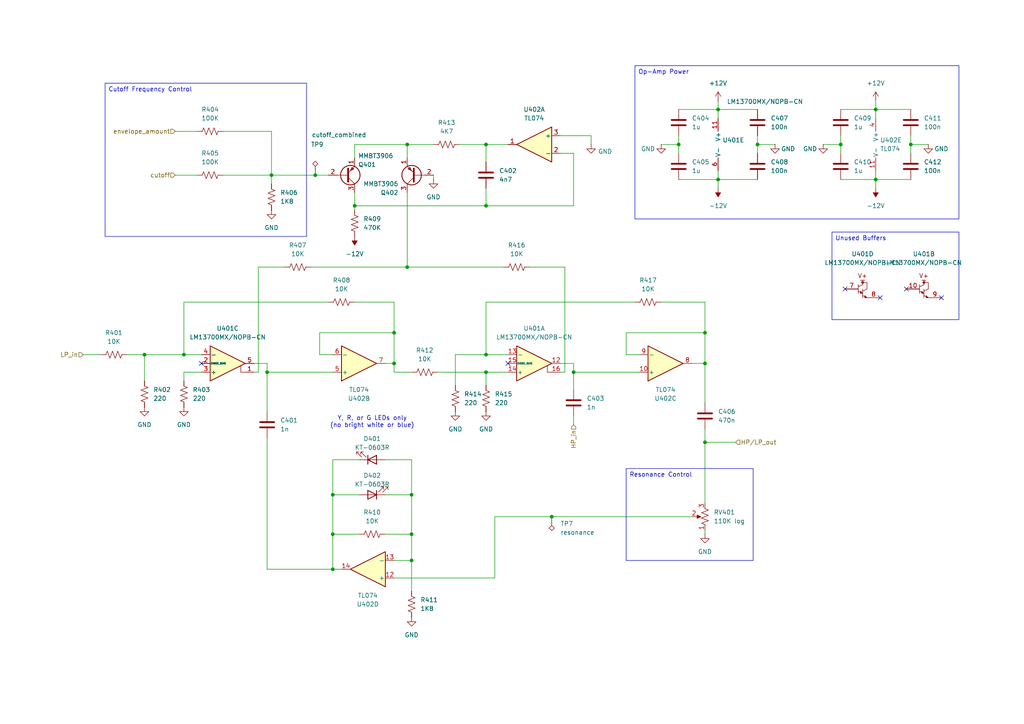
<source format=kicad_sch>
(kicad_sch (version 20250114) (generator "eeschema") (generator_version "9.0")
  (paper "A4")
  (lib_symbols
    (symbol "Amplifier_Operational:LM13700" (pin_names (offset 0.127))
      (property "Reference" "U" (at 3.81 5.08 0))
      (property "Value" "LM13700" (at 5.08 -5.08 0))
      (symbol "LM13700_1_1"
        (polyline (pts (xy 3.81 -0.635) (xy 3.81 -2.54) (xy 5.08 -2.54)))
        (polyline (pts (xy 5.08 0) (xy -5.08 -5.08) (xy -5.08 5.08) (xy 5.08 0)) (stroke (width 0.254)) (fill (type background)))
        (pin input line (at -7.62 2.54 0) (length 2.54) (name "-") (number "13"))
        (pin input line (at -7.62 0 0) (length 2.54) (name "DIODE_BIAS") (number "15"))
        (pin input line (at -7.62 -2.54 0) (length 2.54) (name "+") (number "14"))
        (pin output line (at 7.62 0 180) (length 2.54) (name "~") (number "12"))
        (pin input line (at 7.62 -2.54 180) (length 2.54) (name "~") (number "16"))
      )
      (symbol "LM13700_2_0"
        (polyline (pts (xy -1.905 2.54) (xy -3.175 2.54)))
      )
      (symbol "LM13700_2_1"
        (polyline (pts (xy -3.81 1.27) (xy -3.81 -1.27)))
        (polyline (pts (xy -3.81 0.635) (xy -2.54 1.27) (xy -2.54 1.905) (xy -2.54 2.54)))
        (polyline (pts (xy -3.81 -0.635) (xy -2.54 -1.27)))
        (circle (center -2.54 1.905) (radius 0.254) (stroke (width 0.254)) (fill (type outline)))
        (polyline (pts (xy -2.54 0) (xy -2.54 -2.54)))
        (polyline (pts (xy -2.54 -0.635) (xy -1.27 0) (xy -1.27 1.905) (xy -2.54 1.905)))
        (polyline (pts (xy -2.54 -1.27) (xy -3.175 -0.635) (xy -3.175 -1.27) (xy -2.54 -1.27)) (fill (type outline)))
        (polyline (pts (xy -2.54 -1.905) (xy -1.27 -2.54)))
        (polyline (pts (xy -1.27 -2.54) (xy -1.905 -1.905) (xy -1.905 -2.54) (xy -1.27 -2.54)) (fill (type outline)))
        (text "V+" (at -2.54 3.81 0) (effects (font (size 1.27 1.27))))
        (pin input line (at -7.62 0 0) (length 3.81) (name "~") (number "10"))
        (pin output line (at 2.54 -2.54 180) (length 3.81) (name "~") (number "9"))
      )
      (symbol "LM13700_3_1"
        (polyline (pts (xy 3.81 -0.635) (xy 3.81 -2.54) (xy 5.08 -2.54)))
        (polyline (pts (xy 5.08 0) (xy -5.08 -5.08) (xy -5.08 5.08) (xy 5.08 0)) (stroke (width 0.254)) (fill (type background)))
        (pin input line (at -7.62 2.54 0) (length 2.54) (name "-") (number "4"))
        (pin input line (at -7.62 0 0) (length 2.54) (name "DIODE_BIAS") (number "2"))
        (pin input line (at -7.62 -2.54 0) (length 2.54) (name "+") (number "3"))
        (pin output line (at 7.62 0 180) (length 2.54) (name "~") (number "5"))
        (pin input line (at 7.62 -2.54 180) (length 2.54) (name "~") (number "1"))
      )
      (symbol "LM13700_4_0"
        (polyline (pts (xy -3.175 2.54) (xy -1.905 2.54)))
        (text "V+" (at -2.54 3.81 0) (effects (font (size 1.27 1.27))))
      )
      (symbol "LM13700_4_1"
        (polyline (pts (xy -3.81 1.27) (xy -3.81 -1.27)))
        (polyline (pts (xy -3.81 0.635) (xy -2.54 1.27) (xy -2.54 2.54)))
        (polyline (pts (xy -3.81 -0.635) (xy -2.54 -1.27)))
        (circle (center -2.54 1.905) (radius 0.254) (stroke (width 0.254)) (fill (type outline)))
        (polyline (pts (xy -2.54 0) (xy -2.54 -2.54)))
        (polyline (pts (xy -2.54 -0.635) (xy -1.27 0) (xy -1.27 1.905) (xy -2.54 1.905)))
        (polyline (pts (xy -2.54 -1.27) (xy -3.175 -0.635) (xy -3.175 -1.27) (xy -2.54 -1.27)) (fill (type outline)))
        (polyline (pts (xy -2.54 -1.905) (xy -1.27 -2.54)))
        (polyline (pts (xy -1.27 -2.54) (xy -1.905 -1.905) (xy -1.905 -2.54) (xy -1.27 -2.54)) (fill (type outline)))
        (pin input line (at -7.62 0 0) (length 3.81) (name "~") (number "7"))
        (pin output line (at 2.54 -2.54 180) (length 3.81) (name "~") (number "8"))
      )
      (symbol "LM13700_5_1"
        (pin power_in line (at -2.54 7.62 270) (length 3.81) (name "V+") (number "11"))
        (pin power_in line (at -2.54 -7.62 90) (length 3.81) (name "V-") (number "6"))
      )
    )
    (symbol "Amplifier_Operational:TL074" (pin_names (offset 0.127))
      (property "Reference" "U" (at 0 5.08 0))
      (property "Value" "TL074" (at 0 -5.08 0))
      (symbol "TL074_1_1"
        (polyline (pts (xy -5.08 5.08) (xy 5.08 0) (xy -5.08 -5.08) (xy -5.08 5.08)) (stroke (width 0.254)) (fill (type background)))
        (pin input line (at -7.62 2.54 0) (length 2.54) (name "+") (number "3"))
        (pin input line (at -7.62 -2.54 0) (length 2.54) (name "-") (number "2"))
        (pin output line (at 7.62 0 180) (length 2.54) (name "~") (number "1"))
      )
      (symbol "TL074_2_1"
        (polyline (pts (xy -5.08 5.08) (xy 5.08 0) (xy -5.08 -5.08) (xy -5.08 5.08)) (stroke (width 0.254)) (fill (type background)))
        (pin input line (at -7.62 2.54 0) (length 2.54) (name "+") (number "5"))
        (pin input line (at -7.62 -2.54 0) (length 2.54) (name "-") (number "6"))
        (pin output line (at 7.62 0 180) (length 2.54) (name "~") (number "7"))
      )
      (symbol "TL074_3_1"
        (polyline (pts (xy -5.08 5.08) (xy 5.08 0) (xy -5.08 -5.08) (xy -5.08 5.08)) (stroke (width 0.254)) (fill (type background)))
        (pin input line (at -7.62 2.54 0) (length 2.54) (name "+") (number "10"))
        (pin input line (at -7.62 -2.54 0) (length 2.54) (name "-") (number "9"))
        (pin output line (at 7.62 0 180) (length 2.54) (name "~") (number "8"))
      )
      (symbol "TL074_4_1"
        (polyline (pts (xy -5.08 5.08) (xy 5.08 0) (xy -5.08 -5.08) (xy -5.08 5.08)) (stroke (width 0.254)) (fill (type background)))
        (pin input line (at -7.62 2.54 0) (length 2.54) (name "+") (number "12"))
        (pin input line (at -7.62 -2.54 0) (length 2.54) (name "-") (number "13"))
        (pin output line (at 7.62 0 180) (length 2.54) (name "~") (number "14"))
      )
      (symbol "TL074_5_1"
        (pin power_in line (at -2.54 7.62 270) (length 3.81) (name "V+") (number "4"))
        (pin power_in line (at -2.54 -7.62 90) (length 3.81) (name "V-") (number "11"))
      )
    )
    (symbol "Connector:TestPoint_Alt" (pin_numbers (hide yes)) (pin_names (offset 0.762) (hide yes))
      (property "Reference" "TP" (at 0 6.858 0))
      (property "Value" "TestPoint_Alt" (at 0 5.08 0))
      (symbol "TestPoint_Alt_0_1"
        (polyline (pts (xy 0 2.54) (xy -0.762 3.302) (xy 0 4.064) (xy 0.762 3.302) (xy 0 2.54)))
      )
      (symbol "TestPoint_Alt_1_1"
        (pin passive line (at 0 0 90) (length 2.54) (name "1") (number "1"))
      )
    )
    (symbol "Device:C" (pin_numbers (hide yes)) (pin_names (offset 0.254))
      (property "Reference" "C" (at 0.635 2.54 0))
      (property "Value" "C" (at 0.635 -2.54 0))
      (symbol "C_0_1"
        (polyline (pts (xy -2.032 0.762) (xy 2.032 0.762)) (stroke (width 0.508)))
        (polyline (pts (xy -2.032 -0.762) (xy 2.032 -0.762)) (stroke (width 0.508)))
      )
      (symbol "C_1_1"
        (pin passive line (at 0 3.81 270) (length 2.794) (name "~") (number "1"))
        (pin passive line (at 0 -3.81 90) (length 2.794) (name "~") (number "2"))
      )
    )
    (symbol "Device:LED" (pin_numbers (hide yes)) (pin_names (offset 1.016) (hide yes))
      (property "Reference" "D" (at 0 2.54 0))
      (property "Value" "LED" (at 0 -2.54 0))
      (symbol "LED_0_1"
        (polyline (pts (xy -3.048 -0.762) (xy -4.572 -2.286) (xy -3.81 -2.286) (xy -4.572 -2.286) (xy -4.572 -1.524)))
        (polyline (pts (xy -1.778 -0.762) (xy -3.302 -2.286) (xy -2.54 -2.286) (xy -3.302 -2.286) (xy -3.302 -1.524)))
        (polyline (pts (xy -1.27 0) (xy 1.27 0)))
        (polyline (pts (xy -1.27 -1.27) (xy -1.27 1.27)) (stroke (width 0.254)))
        (polyline (pts (xy 1.27 -1.27) (xy 1.27 1.27) (xy -1.27 0) (xy 1.27 -1.27)) (stroke (width 0.254)))
      )
      (symbol "LED_1_1"
        (pin passive line (at -3.81 0 0) (length 2.54) (name "K") (number "1"))
        (pin passive line (at 3.81 0 180) (length 2.54) (name "A") (number "2"))
      )
    )
    (symbol "Device:R_Potentiometer_US" (pin_names (offset 1.016) (hide yes))
      (property "Reference" "RV" (at -4.445 0 90))
      (property "Value" "R_Potentiometer_US" (at -2.54 0 90))
      (symbol "R_Potentiometer_US_0_1"
        (polyline (pts (xy 0 2.54) (xy 0 2.286)))
        (polyline (pts (xy 0 2.286) (xy 1.016 1.905) (xy 0 1.524) (xy -1.016 1.143) (xy 0 0.762)))
        (polyline (pts (xy 0 0.762) (xy 1.016 0.381) (xy 0 0) (xy -1.016 -0.381) (xy 0 -0.762)))
        (polyline (pts (xy 0 -0.762) (xy 1.016 -1.143) (xy 0 -1.524) (xy -1.016 -1.905) (xy 0 -2.286)))
        (polyline (pts (xy 0 -2.286) (xy 0 -2.54)))
        (polyline (pts (xy 1.143 0) (xy 2.286 0.508) (xy 2.286 -0.508) (xy 1.143 0)) (fill (type outline)))
        (polyline (pts (xy 2.54 0) (xy 1.524 0)))
      )
      (symbol "R_Potentiometer_US_1_1"
        (pin passive line (at 0 3.81 270) (length 1.27) (name "1") (number "1"))
        (pin passive line (at 0 -3.81 90) (length 1.27) (name "3") (number "3"))
        (pin passive line (at 3.81 0 180) (length 1.27) (name "2") (number "2"))
      )
    )
    (symbol "Device:R_US" (pin_numbers (hide yes)) (pin_names (offset 0))
      (property "Reference" "R" (at 2.54 0 90))
      (property "Value" "R_US" (at -2.54 0 90))
      (symbol "R_US_0_1"
        (polyline (pts (xy 0 2.286) (xy 0 2.54)))
        (polyline (pts (xy 0 2.286) (xy 1.016 1.905) (xy 0 1.524) (xy -1.016 1.143) (xy 0 0.762)))
        (polyline (pts (xy 0 0.762) (xy 1.016 0.381) (xy 0 0) (xy -1.016 -0.381) (xy 0 -0.762)))
        (polyline (pts (xy 0 -0.762) (xy 1.016 -1.143) (xy 0 -1.524) (xy -1.016 -1.905) (xy 0 -2.286)))
        (polyline (pts (xy 0 -2.286) (xy 0 -2.54)))
      )
      (symbol "R_US_1_1"
        (pin passive line (at 0 3.81 270) (length 1.27) (name "~") (number "1"))
        (pin passive line (at 0 -3.81 90) (length 1.27) (name "~") (number "2"))
      )
    )
    (symbol "Transistor_BJT:2N3906" (pin_names (offset 0) (hide yes))
      (property "Reference" "Q" (at 5.08 1.905 0))
      (property "Value" "2N3906" (at 5.08 0 0))
      (symbol "2N3906_0_1"
        (polyline (pts (xy -2.54 0) (xy 0.635 0)))
        (polyline (pts (xy 0.635 1.905) (xy 0.635 -1.905)) (stroke (width 0.508)))
        (polyline (pts (xy 0.635 0.635) (xy 2.54 2.54)))
        (polyline (pts (xy 0.635 -0.635) (xy 2.54 -2.54)))
        (circle (center 1.27 0) (radius 2.8194) (stroke (width 0.254)))
        (polyline (pts (xy 2.286 -1.778) (xy 1.778 -2.286) (xy 1.27 -1.27) (xy 2.286 -1.778)) (fill (type outline)))
      )
      (symbol "2N3906_1_1"
        (pin input line (at -5.08 0 0) (length 2.54) (name "B") (number "2"))
        (pin passive line (at 2.54 5.08 270) (length 2.54) (name "C") (number "3"))
        (pin passive line (at 2.54 -5.08 90) (length 2.54) (name "E") (number "1"))
      )
    )
    (symbol "power:+12V" (power) (pin_numbers (hide yes)) (pin_names (offset 0) (hide yes))
      (property "Value" "+12V" (at 0 3.556 0))
      (symbol "+12V_0_1"
        (polyline (pts (xy -0.762 1.27) (xy 0 2.54)))
        (polyline (pts (xy 0 2.54) (xy 0.762 1.27)))
        (polyline (pts (xy 0 0) (xy 0 2.54)))
      )
      (symbol "+12V_1_1"
        (pin power_in line (at 0 0 90) (length 0) (name "~") (number "1"))
      )
    )
    (symbol "power:-12V" (power) (pin_numbers (hide yes)) (pin_names (offset 0) (hide yes))
      (property "Value" "-12V" (at 0 3.556 0))
      (symbol "-12V_0_0"
        (pin power_in line (at 0 0 90) (length 0) (name "~") (number "1"))
      )
      (symbol "-12V_0_1"
        (polyline (pts (xy 0 0) (xy 0 1.27) (xy 0.762 1.27) (xy 0 2.54) (xy -0.762 1.27) (xy 0 1.27)) (fill (type outline)))
      )
    )
    (symbol "power:GND" (power) (pin_numbers (hide yes)) (pin_names (offset 0) (hide yes))
      (property "Value" "GND" (at 0 -3.81 0))
      (symbol "GND_0_1"
        (polyline (pts (xy 0 0) (xy 0 -1.27) (xy 1.27 -1.27) (xy 0 -2.54) (xy -1.27 -1.27) (xy 0 -1.27)))
      )
      (symbol "GND_1_1"
        (pin power_in line (at 0 0 270) (length 0) (name "~") (number "1"))
      )
    )
  )
  (text "Y, R, or G LEDs only\n(no bright white or blue)" (at 107.95 122.428 0) (effects (font (size 1.27 1.27))))
  (text_box "Cutoff Frequency Control" (at 30.48 24.13 0) (size 58.42 44.45) (margins 0.9525 0.9525 0.9525 0.9525) (effects (font (size 1.27 1.27)) (justify left top)))
  (text_box "Unused Buffers" (at 241.3 67.31 0) (size 36.83 25.4) (margins 0.9525 0.9525 0.9525 0.9525) (effects (font (size 1.27 1.27)) (justify left top)))
  (text_box "Resonance Control" (at 181.61 135.89 0) (size 36.83 26.67) (margins 0.9525 0.9525 0.9525 0.9525) (effects (font (size 1.27 1.27)) (justify left top)))
  (text_box "Op-Amp Power" (at 184.15 19.05 0) (size 93.98 44.45) (margins 0.9525 0.9525 0.9525 0.9525) (effects (font (size 1.27 1.27)) (justify left top)))
  (junction (at 204.47 128.27))
  (junction (at 160.02 149.86))
  (junction (at 114.3 105.41))
  (junction (at 219.71 41.91))
  (junction (at 254 31.75))
  (junction (at 208.28 52.07))
  (junction (at 140.97 59.69))
  (junction (at 119.38 143.51))
  (junction (at 102.87 59.69))
  (junction (at 114.3 96.52))
  (junction (at 91.44 50.8))
  (junction (at 166.37 107.95))
  (junction (at 140.97 102.87))
  (junction (at 78.74 50.8))
  (junction (at 140.97 41.91))
  (junction (at 243.84 41.91))
  (junction (at 96.52 154.94))
  (junction (at 204.47 96.52))
  (junction (at 204.47 105.41))
  (junction (at 254 52.07))
  (junction (at 208.28 31.75))
  (junction (at 118.11 41.91))
  (junction (at 119.38 162.56))
  (junction (at 140.97 107.95))
  (junction (at 118.11 77.47))
  (junction (at 53.34 102.87))
  (junction (at 264.16 41.91))
  (junction (at 119.38 154.94))
  (junction (at 196.85 41.91))
  (junction (at 96.52 143.51))
  (junction (at 41.91 102.87))
  (junction (at 77.47 107.95))
  (junction (at 96.52 165.1))
  (no_connect (at 273.05 86.36))
  (no_connect (at 58.42 105.41))
  (no_connect (at 262.89 83.82))
  (no_connect (at 245.11 83.82))
  (no_connect (at 147.32 105.41))
  (no_connect (at 255.27 86.36))
  (wire (pts (xy 50.8 38.1) (xy 57.15 38.1)))
  (wire (pts (xy 204.47 96.52) (xy 204.47 105.41)))
  (wire (pts (xy 143.51 167.64) (xy 114.3 167.64)))
  (wire (pts (xy 140.97 102.87) (xy 140.97 87.63)))
  (wire (pts (xy 119.38 133.35) (xy 119.38 143.51)))
  (wire (pts (xy 219.71 41.91) (xy 224.79 41.91)))
  (wire (pts (xy 196.85 31.75) (xy 208.28 31.75)))
  (wire (pts (xy 118.11 55.88) (xy 118.11 77.47)))
  (wire (pts (xy 104.14 133.35) (xy 96.52 133.35)))
  (wire (pts (xy 254 31.75) (xy 254 34.29)))
  (wire (pts (xy 243.84 52.07) (xy 254 52.07)))
  (wire (pts (xy 185.42 102.87) (xy 181.61 102.87)))
  (wire (pts (xy 204.47 128.27) (xy 213.36 128.27)))
  (wire (pts (xy 102.87 45.72) (xy 102.87 41.91)))
  (wire (pts (xy 78.74 38.1) (xy 78.74 50.8)))
  (wire (pts (xy 96.52 143.51) (xy 104.14 143.51)))
  (wire (pts (xy 147.32 41.91) (xy 140.97 41.91)))
  (wire (pts (xy 208.28 31.75) (xy 219.71 31.75)))
  (wire (pts (xy 162.56 107.95) (xy 163.83 107.95)))
  (wire (pts (xy 185.42 107.95) (xy 166.37 107.95)))
  (wire (pts (xy 191.77 87.63) (xy 204.47 87.63)))
  (wire (pts (xy 114.3 105.41) (xy 111.76 105.41)))
  (wire (pts (xy 181.61 102.87) (xy 181.61 96.52)))
  (wire (pts (xy 114.3 107.95) (xy 119.38 107.95)))
  (wire (pts (xy 160.02 149.86) (xy 200.66 149.86)))
  (wire (pts (xy 118.11 41.91) (xy 118.11 45.72)))
  (wire (pts (xy 140.97 41.91) (xy 140.97 46.99)))
  (wire (pts (xy 219.71 39.37) (xy 219.71 41.91)))
  (wire (pts (xy 196.85 52.07) (xy 208.28 52.07)))
  (wire (pts (xy 143.51 149.86) (xy 160.02 149.86)))
  (wire (pts (xy 219.71 41.91) (xy 219.71 44.45)))
  (wire (pts (xy 95.25 50.8) (xy 91.44 50.8)))
  (wire (pts (xy 104.14 154.94) (xy 96.52 154.94)))
  (wire (pts (xy 166.37 44.45) (xy 166.37 59.69)))
  (wire (pts (xy 166.37 123.19) (xy 166.37 120.65)))
  (wire (pts (xy 166.37 105.41) (xy 166.37 107.95)))
  (wire (pts (xy 254 52.07) (xy 264.16 52.07)))
  (wire (pts (xy 140.97 87.63) (xy 184.15 87.63)))
  (wire (pts (xy 163.83 107.95) (xy 163.83 77.47)))
  (wire (pts (xy 41.91 102.87) (xy 53.34 102.87)))
  (wire (pts (xy 171.45 41.91) (xy 171.45 39.37)))
  (wire (pts (xy 111.76 143.51) (xy 119.38 143.51)))
  (wire (pts (xy 196.85 41.91) (xy 196.85 44.45)))
  (wire (pts (xy 125.73 41.91) (xy 118.11 41.91)))
  (wire (pts (xy 111.76 133.35) (xy 119.38 133.35)))
  (wire (pts (xy 64.77 38.1) (xy 78.74 38.1)))
  (wire (pts (xy 204.47 87.63) (xy 204.47 96.52)))
  (wire (pts (xy 114.3 87.63) (xy 114.3 96.52)))
  (wire (pts (xy 243.84 31.75) (xy 254 31.75)))
  (wire (pts (xy 53.34 110.49) (xy 53.34 107.95)))
  (wire (pts (xy 92.71 102.87) (xy 92.71 96.52)))
  (wire (pts (xy 143.51 149.86) (xy 143.51 167.64)))
  (wire (pts (xy 53.34 107.95) (xy 58.42 107.95)))
  (wire (pts (xy 96.52 143.51) (xy 96.52 154.94)))
  (wire (pts (xy 102.87 41.91) (xy 118.11 41.91)))
  (wire (pts (xy 92.71 96.52) (xy 114.3 96.52)))
  (wire (pts (xy 153.67 77.47) (xy 163.83 77.47)))
  (wire (pts (xy 64.77 50.8) (xy 78.74 50.8)))
  (wire (pts (xy 102.87 59.69) (xy 102.87 55.88)))
  (wire (pts (xy 204.47 124.46) (xy 204.47 128.27)))
  (wire (pts (xy 119.38 143.51) (xy 119.38 154.94)))
  (wire (pts (xy 111.76 154.94) (xy 119.38 154.94)))
  (wire (pts (xy 114.3 96.52) (xy 114.3 105.41)))
  (wire (pts (xy 208.28 52.07) (xy 219.71 52.07)))
  (wire (pts (xy 162.56 105.41) (xy 166.37 105.41)))
  (wire (pts (xy 96.52 154.94) (xy 96.52 165.1)))
  (wire (pts (xy 127 107.95) (xy 140.97 107.95)))
  (wire (pts (xy 114.3 107.95) (xy 114.3 105.41)))
  (wire (pts (xy 96.52 102.87) (xy 92.71 102.87)))
  (wire (pts (xy 254 31.75) (xy 264.16 31.75)))
  (wire (pts (xy 208.28 52.07) (xy 208.28 54.61)))
  (wire (pts (xy 114.3 162.56) (xy 119.38 162.56)))
  (wire (pts (xy 140.97 54.61) (xy 140.97 59.69)))
  (wire (pts (xy 53.34 87.63) (xy 95.25 87.63)))
  (wire (pts (xy 132.08 111.76) (xy 132.08 102.87)))
  (wire (pts (xy 74.93 77.47) (xy 82.55 77.47)))
  (wire (pts (xy 133.35 41.91) (xy 140.97 41.91)))
  (wire (pts (xy 140.97 107.95) (xy 147.32 107.95)))
  (wire (pts (xy 254 54.61) (xy 254 52.07)))
  (wire (pts (xy 119.38 154.94) (xy 119.38 162.56)))
  (wire (pts (xy 77.47 105.41) (xy 77.47 107.95)))
  (wire (pts (xy 78.74 50.8) (xy 78.74 53.34)))
  (wire (pts (xy 196.85 39.37) (xy 196.85 41.91)))
  (wire (pts (xy 119.38 162.56) (xy 119.38 171.45)))
  (wire (pts (xy 77.47 165.1) (xy 96.52 165.1)))
  (wire (pts (xy 77.47 165.1) (xy 77.47 127)))
  (wire (pts (xy 243.84 39.37) (xy 243.84 41.91)))
  (wire (pts (xy 24.13 102.87) (xy 29.21 102.87)))
  (wire (pts (xy 254 52.07) (xy 254 49.53)))
  (wire (pts (xy 73.66 105.41) (xy 77.47 105.41)))
  (wire (pts (xy 132.08 102.87) (xy 140.97 102.87)))
  (wire (pts (xy 204.47 128.27) (xy 204.47 146.05)))
  (wire (pts (xy 77.47 107.95) (xy 77.47 119.38)))
  (wire (pts (xy 140.97 107.95) (xy 140.97 111.76)))
  (wire (pts (xy 90.17 77.47) (xy 118.11 77.47)))
  (wire (pts (xy 91.44 50.8) (xy 78.74 50.8)))
  (wire (pts (xy 208.28 49.53) (xy 208.28 52.07)))
  (wire (pts (xy 204.47 105.41) (xy 204.47 116.84)))
  (wire (pts (xy 208.28 29.21) (xy 208.28 31.75)))
  (wire (pts (xy 36.83 102.87) (xy 41.91 102.87)))
  (wire (pts (xy 181.61 96.52) (xy 204.47 96.52)))
  (wire (pts (xy 238.76 41.91) (xy 243.84 41.91)))
  (wire (pts (xy 102.87 59.69) (xy 140.97 59.69)))
  (wire (pts (xy 243.84 41.91) (xy 243.84 44.45)))
  (wire (pts (xy 50.8 50.8) (xy 57.15 50.8)))
  (wire (pts (xy 254 29.21) (xy 254 31.75)))
  (wire (pts (xy 264.16 39.37) (xy 264.16 41.91)))
  (wire (pts (xy 166.37 59.69) (xy 140.97 59.69)))
  (wire (pts (xy 264.16 41.91) (xy 269.24 41.91)))
  (wire (pts (xy 166.37 107.95) (xy 166.37 113.03)))
  (wire (pts (xy 74.93 107.95) (xy 74.93 77.47)))
  (wire (pts (xy 264.16 41.91) (xy 264.16 44.45)))
  (wire (pts (xy 53.34 87.63) (xy 53.34 102.87)))
  (wire (pts (xy 204.47 153.67) (xy 204.47 154.94)))
  (wire (pts (xy 102.87 87.63) (xy 114.3 87.63)))
  (wire (pts (xy 53.34 102.87) (xy 58.42 102.87)))
  (wire (pts (xy 102.87 59.69) (xy 102.87 60.96)))
  (wire (pts (xy 200.66 105.41) (xy 204.47 105.41)))
  (wire (pts (xy 96.52 133.35) (xy 96.52 143.51)))
  (wire (pts (xy 140.97 102.87) (xy 147.32 102.87)))
  (wire (pts (xy 118.11 77.47) (xy 146.05 77.47)))
  (wire (pts (xy 41.91 110.49) (xy 41.91 102.87)))
  (wire (pts (xy 191.77 41.91) (xy 196.85 41.91)))
  (wire (pts (xy 73.66 107.95) (xy 74.93 107.95)))
  (wire (pts (xy 162.56 44.45) (xy 166.37 44.45)))
  (wire (pts (xy 77.47 107.95) (xy 96.52 107.95)))
  (wire (pts (xy 208.28 31.75) (xy 208.28 34.29)))
  (wire (pts (xy 125.73 50.8) (xy 125.73 52.07)))
  (wire (pts (xy 96.52 165.1) (xy 99.06 165.1)))
  (wire (pts (xy 171.45 39.37) (xy 162.56 39.37)))
  (hierarchical_label "HP_in" (shape input) (at 166.37 123.19 270))
  (hierarchical_label "LP_in" (shape input) (at 24.13 102.87 180))
  (hierarchical_label "envelope_amount" (shape input) (at 50.8 38.1 180))
  (hierarchical_label "HP{slash}LP_out" (shape input) (at 213.36 128.27 0))
  (hierarchical_label "cutoff" (shape input) (at 50.8 50.8 180))
  (symbol (lib_id "power:GND") (at 140.97 119.38 0) (unit 1)
    (property "Reference" "#PWR0408" (effects (hide yes)))
    (property "Value" "GND" (at 140.97 124.46 0))
    (property "Description" "Power symbol creates a global label with name \"GND\" , ground" (effects (hide yes)))
    (instances (project "ece499_project" (path "" (reference "#PWR0408") (unit 1)) (path "" (reference "#PWR0508") (unit 1))))
  )
  (symbol (lib_id "Device:C") (at 219.71 48.26 0) (unit 1)
    (property "Reference" "C408" (at 223.52 46.9899 0) (effects (justify left)))
    (property "Value" "100n" (at 223.52 49.5299 0) (effects (justify left)))
    (property "Footprint" "Capacitor_SMD:C_0805_2012Metric" (effects (hide yes)))
    (property "Description" "Unpolarized capacitor" (effects (hide yes)))
    (instances (project "ece499_project" (path "" (reference "C408") (unit 1)) (path "" (reference "C508") (unit 1))))
  )
  (symbol (lib_id "Device:C") (at 77.47 123.19 0) (unit 1)
    (property "Reference" "C401" (at 81.28 121.9199 0) (effects (justify left)))
    (property "Value" "1n" (at 81.28 124.4599 0) (effects (justify left)))
    (property "Footprint" "Capacitor_SMD:C_0805_2012Metric" (effects (hide yes)))
    (instances (project "ece499_project" (path "" (reference "C401") (unit 1)) (path "" (reference "C501") (unit 1))))
  )
  (symbol (lib_id "power:GND") (at 224.79 41.91 0) (unit 1)
    (property "Reference" "#PWR0414" (effects (hide yes)))
    (property "Value" "GND" (at 228.6 43.18 0))
    (property "Description" "Power symbol creates a global label with name \"GND\" , ground" (effects (hide yes)))
    (instances (project "ece499_project" (path "" (reference "#PWR0414") (unit 1)) (path "" (reference "#PWR0514") (unit 1))))
  )
  (symbol (lib_id "Device:LED") (at 107.95 133.35 0) (mirror x) (unit 1)
    (property "Reference" "D401" (at 107.95 127.254 0))
    (property "Value" "KT-0603R" (at 107.95 129.794 0))
    (property "Footprint" "LED_SMD:LED_0603_1608Metric" (effects (hide yes)))
    (property "Description" "Light emitting diode" (effects (hide yes)))
    (property "Sim.Pins" "1=K 2=A" (effects (hide yes)))
    (instances (project "ece499_project" (path "" (reference "D401") (unit 1)) (path "" (reference "D501") (unit 1))))
  )
  (symbol (lib_id "Device:C") (at 243.84 35.56 0) (unit 1)
    (property "Reference" "C409" (at 247.65 34.2899 0) (effects (justify left)))
    (property "Value" "1u" (at 247.65 36.8299 0) (effects (justify left)))
    (property "Footprint" "Capacitor_SMD:C_0805_2012Metric" (effects (hide yes)))
    (property "Description" "Unpolarized capacitor" (effects (hide yes)))
    (instances (project "ece499_project" (path "" (reference "C409") (unit 1)) (path "" (reference "C509") (unit 1))))
  )
  (symbol (lib_id "power:-12V") (at 102.87 68.58 180) (unit 1)
    (property "Reference" "#PWR0404" (effects (hide yes)))
    (property "Value" "-12V" (at 102.87 73.66 0))
    (property "Description" "Power symbol creates a global label with name \"-12V\"" (effects (hide yes)))
    (instances (project "ece499_project" (path "" (reference "#PWR0404") (unit 1)) (path "" (reference "#PWR0504") (unit 1))))
  )
  (symbol (lib_id "power:-12V") (at 208.28 54.61 180) (unit 1)
    (property "Reference" "#PWR0413" (effects (hide yes)))
    (property "Value" "-12V" (at 208.28 59.69 0))
    (property "Description" "Power symbol creates a global label with name \"-12V\"" (effects (hide yes)))
    (instances (project "ece499_project" (path "" (reference "#PWR0413") (unit 1)) (path "" (reference "#PWR0513") (unit 1))))
  )
  (symbol (lib_id "Transistor_BJT:2N3906") (at 100.33 50.8 0) (mirror x) (unit 1)
    (property "Reference" "Q401" (at 103.886 47.752 0) (effects (justify left)))
    (property "Value" "MMBT3906" (at 103.886 45.212 0) (effects (justify left)))
    (property "Footprint" "Package_TO_SOT_SMD:SOT-23" (effects (hide yes)))
    (instances (project "" (path "" (reference "Q401") (unit 1)) (path "" (reference "Q501") (unit 1))))
  )
  (symbol (lib_id "Amplifier_Operational:LM13700") (at 270.51 83.82 0) (unit 2)
    (property "Reference" "U401" (at 267.97 73.66 0))
    (property "Value" "LM13700MX/NOPB-CN" (at 267.97 76.2 0))
    (property "Footprint" "Package_SO:SOIC-16_3.9x9.9mm_P1.27mm" (effects (hide yes)))
    (property "Datasheet" "http://www.ti.com/lit/ds/symlink/lm13700.pdf" (effects (hide yes)))
    (property "Description" "Dual Operational Transconductance Amplifiers with Linearizing Diodes and Buffers, DIP-16/SOIC-16" (effects (hide yes)))
    (instances (project "ece499_project" (path "" (reference "U401") (unit 2)) (path "" (reference "U501") (unit 2))))
  )
  (symbol (lib_id "power:GND") (at 119.38 179.07 0) (unit 1)
    (property "Reference" "#PWR0405" (effects (hide yes)))
    (property "Value" "GND" (at 119.38 184.15 0))
    (property "Description" "Power symbol creates a global label with name \"GND\" , ground" (effects (hide yes)))
    (instances (project "ece499_project" (path "" (reference "#PWR0405") (unit 1)) (path "" (reference "#PWR0505") (unit 1))))
  )
  (symbol (lib_id "power:+12V") (at 254 29.21 0) (unit 1)
    (property "Reference" "#PWR0416" (effects (hide yes)))
    (property "Value" "+12V" (at 254 24.13 0))
    (property "Description" "Power symbol creates a global label with name \"+12V\"" (effects (hide yes)))
    (instances (project "ece499_project" (path "" (reference "#PWR0416") (unit 1)) (path "" (reference "#PWR0516") (unit 1))))
  )
  (symbol (lib_id "Device:R_US") (at 41.91 114.3 0) (unit 1)
    (property "Reference" "R402" (at 44.45 113.0299 0) (effects (justify left)))
    (property "Value" "220" (at 44.45 115.5699 0) (effects (justify left)))
    (property "Footprint" "Resistor_SMD:R_0805_2012Metric" (effects (hide yes)))
    (property "Description" "Resistor, US symbol" (effects (hide yes)))
    (instances (project "ece499_project" (path "" (reference "R402") (unit 1)) (path "" (reference "R502") (unit 1))))
  )
  (symbol (lib_id "Device:R_US") (at 33.02 102.87 90) (unit 1)
    (property "Reference" "R401" (at 33.02 96.52 90))
    (property "Value" "10K" (at 33.02 99.06 90))
    (property "Footprint" "Resistor_SMD:R_0805_2012Metric" (effects (hide yes)))
    (property "Description" "Resistor, US symbol" (effects (hide yes)))
    (instances (project "ece499_project" (path "" (reference "R401") (unit 1)) (path "" (reference "R501") (unit 1))))
  )
  (symbol (lib_id "Transistor_BJT:2N3906") (at 120.65 50.8 180) (unit 1)
    (property "Reference" "Q402" (at 115.57 55.88 0) (effects (justify left)))
    (property "Value" "MMBT3906" (at 115.57 53.34 0) (effects (justify left)))
    (property "Footprint" "Package_TO_SOT_SMD:SOT-23" (effects (hide yes)))
    (instances (project "ece499_project" (path "" (reference "Q402") (unit 1)) (path "" (reference "Q502") (unit 1))))
  )
  (symbol (lib_id "Device:R_US") (at 123.19 107.95 90) (unit 1)
    (property "Reference" "R412" (at 123.19 101.6 90))
    (property "Value" "10K" (at 123.19 104.14 90))
    (property "Footprint" "Resistor_SMD:R_0805_2012Metric" (effects (hide yes)))
    (property "Description" "Resistor, US symbol" (effects (hide yes)))
    (instances (project "ece499_project" (path "" (reference "R412") (unit 1)) (path "" (reference "R512") (unit 1))))
  )
  (symbol (lib_id "Device:R_US") (at 99.06 87.63 270) (unit 1)
    (property "Reference" "R408" (at 99.06 81.28 90))
    (property "Value" "10K" (at 99.06 83.82 90))
    (property "Footprint" "Resistor_SMD:R_0805_2012Metric" (effects (hide yes)))
    (property "Description" "Resistor, US symbol" (effects (hide yes)))
    (instances (project "ece499_project" (path "" (reference "R408") (unit 1)) (path "" (reference "R508") (unit 1))))
  )
  (symbol (lib_id "Device:R_US") (at 60.96 38.1 90) (unit 1)
    (property "Reference" "R404" (at 60.96 31.75 90))
    (property "Value" "100K" (at 60.96 34.29 90))
    (property "Footprint" "Resistor_SMD:R_0805_2012Metric" (effects (hide yes)))
    (property "Description" "Resistor, US symbol" (effects (hide yes)))
    (instances (project "ece499_project" (path "" (reference "R404") (unit 1)) (path "" (reference "R504") (unit 1))))
  )
  (symbol (lib_id "Connector:TestPoint_Alt") (at 160.02 149.86 180) (unit 1)
    (property "Reference" "TP7" (at 162.56 151.8919 0) (effects (justify right)))
    (property "Value" "resonance" (at 162.56 154.4319 0) (effects (justify right)))
    (property "Footprint" "TestPoint:TestPoint_Pad_D1.0mm" (effects (hide yes)))
    (property "Description" "test point (alternative shape)" (effects (hide yes)))
    (instances (project "ece499_project" (path "" (reference "TP7") (unit 1)) (path "" (reference "TP8") (unit 1))))
  )
  (symbol (lib_id "Amplifier_Operational:LM13700") (at 252.73 83.82 0) (unit 4)
    (property "Reference" "U401" (at 250.19 73.66 0))
    (property "Value" "LM13700MX/NOPB-CN" (at 250.19 76.2 0))
    (property "Footprint" "Package_SO:SOIC-16_3.9x9.9mm_P1.27mm" (effects (hide yes)))
    (property "Datasheet" "http://www.ti.com/lit/ds/symlink/lm13700.pdf" (effects (hide yes)))
    (property "Description" "Dual Operational Transconductance Amplifiers with Linearizing Diodes and Buffers, DIP-16/SOIC-16" (effects (hide yes)))
    (instances (project "ece499_project" (path "" (reference "U401") (unit 4)) (path "" (reference "U501") (unit 4))))
  )
  (symbol (lib_id "Device:C") (at 166.37 116.84 0) (unit 1)
    (property "Reference" "C403" (at 170.18 115.5699 0) (effects (justify left)))
    (property "Value" "1n" (at 170.18 118.1099 0) (effects (justify left)))
    (property "Footprint" "Capacitor_SMD:C_0805_2012Metric" (effects (hide yes)))
    (instances (project "ece499_project" (path "" (reference "C403") (unit 1)) (path "" (reference "C503") (unit 1))))
  )
  (symbol (lib_id "power:GND") (at 238.76 41.91 0) (mirror y) (unit 1)
    (property "Reference" "#PWR0415" (effects (hide yes)))
    (property "Value" "GND" (at 234.95 43.18 0))
    (property "Description" "Power symbol creates a global label with name \"GND\" , ground" (effects (hide yes)))
    (instances (project "ece499_project" (path "" (reference "#PWR0415") (unit 1)) (path "" (reference "#PWR0515") (unit 1))))
  )
  (symbol (lib_id "Device:C") (at 196.85 48.26 0) (unit 1)
    (property "Reference" "C405" (at 200.66 46.9899 0) (effects (justify left)))
    (property "Value" "1u" (at 200.66 49.5299 0) (effects (justify left)))
    (property "Footprint" "Capacitor_SMD:C_0805_2012Metric" (effects (hide yes)))
    (property "Description" "Unpolarized capacitor" (effects (hide yes)))
    (instances (project "ece499_project" (path "" (reference "C405") (unit 1)) (path "" (reference "C505") (unit 1))))
  )
  (symbol (lib_id "Device:R_US") (at 60.96 50.8 90) (unit 1)
    (property "Reference" "R405" (at 60.96 44.45 90))
    (property "Value" "100K" (at 60.96 46.99 90))
    (property "Footprint" "Resistor_SMD:R_0805_2012Metric" (effects (hide yes)))
    (property "Description" "Resistor, US symbol" (effects (hide yes)))
    (instances (project "ece499_project" (path "" (reference "R405") (unit 1)) (path "" (reference "R505") (unit 1))))
  )
  (symbol (lib_id "Device:R_US") (at 129.54 41.91 90) (unit 1)
    (property "Reference" "R413" (at 129.54 35.56 90))
    (property "Value" "4K7" (at 129.54 38.1 90))
    (property "Footprint" "Resistor_SMD:R_0805_2012Metric" (effects (hide yes)))
    (property "Description" "Resistor, US symbol" (effects (hide yes)))
    (instances (project "ece499_project" (path "" (reference "R413") (unit 1)) (path "" (reference "R513") (unit 1))))
  )
  (symbol (lib_id "power:GND") (at 53.34 118.11 0) (unit 1)
    (property "Reference" "#PWR0402" (effects (hide yes)))
    (property "Value" "GND" (at 53.34 123.19 0))
    (property "Description" "Power symbol creates a global label with name \"GND\" , ground" (effects (hide yes)))
    (instances (project "ece499_project" (path "" (reference "#PWR0402") (unit 1)) (path "" (reference "#PWR0502") (unit 1))))
  )
  (symbol (lib_id "Connector:TestPoint_Alt") (at 91.44 50.8 0) (unit 1)
    (property "Reference" "TP9" (at 90.17 41.91 0) (effects (justify left)))
    (property "Value" "cutoff_combined" (at 90.424 39.116 0) (effects (justify left)))
    (property "Footprint" "TestPoint:TestPoint_Pad_D1.0mm" (effects (hide yes)))
    (property "Description" "test point (alternative shape)" (effects (hide yes)))
    (instances (project "ece499_project" (path "" (reference "TP9") (unit 1)) (path "" (reference "TP10") (unit 1))))
  )
  (symbol (lib_id "power:GND") (at 125.73 52.07 0) (unit 1)
    (property "Reference" "#PWR0406" (effects (hide yes)))
    (property "Value" "GND" (at 125.73 57.15 0))
    (property "Description" "Power symbol creates a global label with name \"GND\" , ground" (effects (hide yes)))
    (instances (project "ece499_project" (path "" (reference "#PWR0406") (unit 1)) (path "" (reference "#PWR0506") (unit 1))))
  )
  (symbol (lib_id "Device:R_US") (at 78.74 57.15 0) (unit 1)
    (property "Reference" "R406" (at 81.28 55.8799 0) (effects (justify left)))
    (property "Value" "1K8" (at 81.28 58.4199 0) (effects (justify left)))
    (property "Footprint" "Resistor_SMD:R_0805_2012Metric" (effects (hide yes)))
    (property "Description" "Resistor, US symbol" (effects (hide yes)))
    (instances (project "ece499_project" (path "" (reference "R406") (unit 1)) (path "" (reference "R506") (unit 1))))
  )
  (symbol (lib_id "Device:R_US") (at 107.95 154.94 270) (unit 1)
    (property "Reference" "R410" (at 107.95 148.59 90))
    (property "Value" "10K" (at 107.95 151.13 90))
    (property "Footprint" "Resistor_SMD:R_0805_2012Metric" (effects (hide yes)))
    (property "Description" "Resistor, US symbol" (effects (hide yes)))
    (instances (project "ece499_project" (path "" (reference "R410") (unit 1)) (path "" (reference "R510") (unit 1))))
  )
  (symbol (lib_id "Device:R_US") (at 140.97 115.57 180) (unit 1)
    (property "Reference" "R415" (at 143.51 114.2999 0) (effects (justify right)))
    (property "Value" "220" (at 143.51 116.8399 0) (effects (justify right)))
    (property "Footprint" "Resistor_SMD:R_0805_2012Metric" (effects (hide yes)))
    (property "Description" "Resistor, US symbol" (effects (hide yes)))
    (instances (project "ece499_project" (path "" (reference "R415") (unit 1)) (path "" (reference "R515") (unit 1))))
  )
  (symbol (lib_id "power:-12V") (at 254 54.61 180) (unit 1)
    (property "Reference" "#PWR0417" (effects (hide yes)))
    (property "Value" "-12V" (at 254 59.69 0))
    (property "Description" "Power symbol creates a global label with name \"-12V\"" (effects (hide yes)))
    (instances (project "ece499_project" (path "" (reference "#PWR0417") (unit 1)) (path "" (reference "#PWR0517") (unit 1))))
  )
  (symbol (lib_id "Device:R_US") (at 132.08 115.57 180) (unit 1)
    (property "Reference" "R414" (at 134.62 114.2999 0) (effects (justify right)))
    (property "Value" "220" (at 134.62 116.8399 0) (effects (justify right)))
    (property "Footprint" "Resistor_SMD:R_0805_2012Metric" (effects (hide yes)))
    (property "Description" "Resistor, US symbol" (effects (hide yes)))
    (instances (project "ece499_project" (path "" (reference "R414") (unit 1)) (path "" (reference "R514") (unit 1))))
  )
  (symbol (lib_id "Device:C") (at 243.84 48.26 0) (unit 1)
    (property "Reference" "C410" (at 247.65 46.9899 0) (effects (justify left)))
    (property "Value" "1u" (at 247.65 49.5299 0) (effects (justify left)))
    (property "Footprint" "Capacitor_SMD:C_0805_2012Metric" (effects (hide yes)))
    (property "Description" "Unpolarized capacitor" (effects (hide yes)))
    (instances (project "ece499_project" (path "" (reference "C410") (unit 1)) (path "" (reference "C510") (unit 1))))
  )
  (symbol (lib_id "Device:C") (at 204.47 120.65 0) (unit 1)
    (property "Reference" "C406" (at 208.28 119.3799 0) (effects (justify left)))
    (property "Value" "470n" (at 208.28 121.9199 0) (effects (justify left)))
    (property "Footprint" "Capacitor_SMD:C_0805_2012Metric" (effects (hide yes)))
    (instances (project "ece499_project" (path "" (reference "C406") (unit 1)) (path "" (reference "C506") (unit 1))))
  )
  (symbol (lib_id "power:GND") (at 269.24 41.91 0) (unit 1)
    (property "Reference" "#PWR0418" (effects (hide yes)))
    (property "Value" "GND" (at 273.05 43.18 0))
    (property "Description" "Power symbol creates a global label with name \"GND\" , ground" (effects (hide yes)))
    (instances (project "ece499_project" (path "" (reference "#PWR0418") (unit 1)) (path "" (reference "#PWR0518") (unit 1))))
  )
  (symbol (lib_id "Amplifier_Operational:TL074") (at 104.14 105.41 0) (mirror x) (unit 2)
    (property "Reference" "U402" (at 104.14 115.57 0))
    (property "Value" "TL074" (at 104.14 113.03 0))
    (property "Footprint" "Package_SO:SOIC-14_3.9x8.7mm_P1.27mm" (effects (hide yes)))
    (property "Datasheet" "http://www.ti.com/lit/ds/symlink/tl071.pdf" (effects (hide yes)))
    (property "Description" "Quad Low-Noise JFET-Input Operational Amplifiers, DIP-14/SOIC-14" (effects (hide yes)))
    (instances (project "ece499_project" (path "" (reference "U402") (unit 2)) (path "" (reference "U502") (unit 2))))
  )
  (symbol (lib_id "power:GND") (at 191.77 41.91 0) (mirror y) (unit 1)
    (property "Reference" "#PWR0410" (effects (hide yes)))
    (property "Value" "GND" (at 187.96 43.18 0))
    (property "Description" "Power symbol creates a global label with name \"GND\" , ground" (effects (hide yes)))
    (instances (project "ece499_project" (path "" (reference "#PWR0410") (unit 1)) (path "" (reference "#PWR0510") (unit 1))))
  )
  (symbol (lib_id "Amplifier_Operational:TL074") (at 193.04 105.41 0) (mirror x) (unit 3)
    (property "Reference" "U402" (at 193.04 115.57 0))
    (property "Value" "TL074" (at 193.04 113.03 0))
    (property "Footprint" "Package_SO:SOIC-14_3.9x8.7mm_P1.27mm" (effects (hide yes)))
    (property "Datasheet" "http://www.ti.com/lit/ds/symlink/tl071.pdf" (effects (hide yes)))
    (property "Description" "Quad Low-Noise JFET-Input Operational Amplifiers, DIP-14/SOIC-14" (effects (hide yes)))
    (instances (project "ece499_project" (path "" (reference "U402") (unit 3)) (path "" (reference "U502") (unit 3))))
  )
  (symbol (lib_id "Device:C") (at 140.97 50.8 0) (unit 1)
    (property "Reference" "C402" (at 144.78 49.5299 0) (effects (justify left)))
    (property "Value" "4n7" (at 144.78 52.0699 0) (effects (justify left)))
    (property "Footprint" "Capacitor_SMD:C_0805_2012Metric" (effects (hide yes)))
    (instances (project "ece499_project" (path "" (reference "C402") (unit 1)) (path "" (reference "C502") (unit 1))))
  )
  (symbol (lib_id "Device:R_US") (at 119.38 175.26 180) (unit 1)
    (property "Reference" "R411" (at 121.92 173.9899 0) (effects (justify right)))
    (property "Value" "1K8" (at 121.92 176.5299 0) (effects (justify right)))
    (property "Footprint" "Resistor_SMD:R_0805_2012Metric" (effects (hide yes)))
    (property "Description" "Resistor, US symbol" (effects (hide yes)))
    (instances (project "ece499_project" (path "" (reference "R411") (unit 1)) (path "" (reference "R511") (unit 1))))
  )
  (symbol (lib_id "Device:C") (at 264.16 35.56 0) (unit 1)
    (property "Reference" "C411" (at 267.97 34.2899 0) (effects (justify left)))
    (property "Value" "100n" (at 267.97 36.8299 0) (effects (justify left)))
    (property "Footprint" "Capacitor_SMD:C_0805_2012Metric" (effects (hide yes)))
    (property "Description" "Unpolarized capacitor" (effects (hide yes)))
    (instances (project "ece499_project" (path "" (reference "C411") (unit 1)) (path "" (reference "C511") (unit 1))))
  )
  (symbol (lib_id "Device:R_US") (at 53.34 114.3 0) (unit 1)
    (property "Reference" "R403" (at 55.88 113.0299 0) (effects (justify left)))
    (property "Value" "220" (at 55.88 115.5699 0) (effects (justify left)))
    (property "Footprint" "Resistor_SMD:R_0805_2012Metric" (effects (hide yes)))
    (property "Description" "Resistor, US symbol" (effects (hide yes)))
    (instances (project "ece499_project" (path "" (reference "R403") (unit 1)) (path "" (reference "R503") (unit 1))))
  )
  (symbol (lib_id "Device:R_Potentiometer_US") (at 204.47 149.86 180) (unit 1)
    (property "Reference" "RV401" (at 207.01 148.5899 0) (effects (justify right)))
    (property "Value" "110K log" (at 207.01 151.1299 0) (effects (justify right)))
    (property "Footprint" "Potentiometer_THT:Potentiometer_Alpha_RD901F-40-00D_Single_Vertical" (effects (hide yes)))
    (property "Description" "Potentiometer, US symbol" (effects (hide yes)))
    (instances (project "ece499_project" (path "" (reference "RV401") (unit 1)) (path "" (reference "RV501") (unit 1))))
  )
  (symbol (lib_id "Device:LED") (at 107.95 143.51 180) (unit 1)
    (property "Reference" "D402" (at 107.95 137.922 0))
    (property "Value" "KT-0603R" (at 107.95 140.462 0))
    (property "Footprint" "LED_SMD:LED_0603_1608Metric" (effects (hide yes)))
    (property "Description" "Light emitting diode" (effects (hide yes)))
    (property "Sim.Pins" "1=K 2=A" (effects (hide yes)))
    (instances (project "ece499_project" (path "" (reference "D402") (unit 1)) (path "" (reference "D502") (unit 1))))
  )
  (symbol (lib_id "Device:C") (at 219.71 35.56 0) (unit 1)
    (property "Reference" "C407" (at 223.52 34.2899 0) (effects (justify left)))
    (property "Value" "100n" (at 223.52 36.8299 0) (effects (justify left)))
    (property "Footprint" "Capacitor_SMD:C_0805_2012Metric" (effects (hide yes)))
    (property "Description" "Unpolarized capacitor" (effects (hide yes)))
    (instances (project "ece499_project" (path "" (reference "C407") (unit 1)) (path "" (reference "C507") (unit 1))))
  )
  (symbol (lib_id "Device:R_US") (at 187.96 87.63 270) (unit 1)
    (property "Reference" "R417" (at 187.96 81.28 90))
    (property "Value" "10K" (at 187.96 83.82 90))
    (property "Footprint" "Resistor_SMD:R_0805_2012Metric" (effects (hide yes)))
    (property "Description" "Resistor, US symbol" (effects (hide yes)))
    (instances (project "ece499_project" (path "" (reference "R417") (unit 1)) (path "" (reference "R517") (unit 1))))
  )
  (symbol (lib_id "power:+12V") (at 208.28 29.21 0) (unit 1)
    (property "Reference" "#PWR0412" (effects (hide yes)))
    (property "Value" "+12V" (at 208.28 24.13 0))
    (property "Description" "Power symbol creates a global label with name \"+12V\"" (effects (hide yes)))
    (instances (project "ece499_project" (path "" (reference "#PWR0412") (unit 1)) (path "" (reference "#PWR0512") (unit 1))))
  )
  (symbol (lib_id "Device:R_US") (at 86.36 77.47 270) (unit 1)
    (property "Reference" "R407" (at 86.36 71.12 90))
    (property "Value" "10K" (at 86.36 73.66 90))
    (property "Footprint" "Resistor_SMD:R_0805_2012Metric" (effects (hide yes)))
    (property "Description" "Resistor, US symbol" (effects (hide yes)))
    (instances (project "ece499_project" (path "" (reference "R407") (unit 1)) (path "" (reference "R507") (unit 1))))
  )
  (symbol (lib_id "Amplifier_Operational:TL074") (at 256.54 41.91 0) (unit 5)
    (property "Reference" "U402" (at 255.27 40.6399 0) (effects (justify left)))
    (property "Value" "TL074" (at 255.27 43.1799 0) (effects (justify left)))
    (property "Footprint" "Package_SO:SOIC-14_3.9x8.7mm_P1.27mm" (effects (hide yes)))
    (property "Datasheet" "http://www.ti.com/lit/ds/symlink/tl071.pdf" (effects (hide yes)))
    (property "Description" "Quad Low-Noise JFET-Input Operational Amplifiers, DIP-14/SOIC-14" (effects (hide yes)))
    (instances (project "ece499_project" (path "" (reference "U402") (unit 5)) (path "" (reference "U502") (unit 5))))
  )
  (symbol (lib_id "Amplifier_Operational:LM13700") (at 154.94 105.41 0) (unit 1)
    (property "Reference" "U401" (at 154.94 95.25 0))
    (property "Value" "LM13700MX/NOPB-CN" (at 154.94 97.79 0))
    (property "Footprint" "Package_SO:SOIC-16_3.9x9.9mm_P1.27mm" (effects (hide yes)))
    (property "Datasheet" "http://www.ti.com/lit/ds/symlink/lm13700.pdf" (effects (hide yes)))
    (property "Description" "Dual Operational Transconductance Amplifiers with Linearizing Diodes and Buffers, DIP-16/SOIC-16" (effects (hide yes)))
    (instances (project "ece499_project" (path "" (reference "U401") (unit 1)) (path "" (reference "U501") (unit 1))))
  )
  (symbol (lib_id "power:GND") (at 41.91 118.11 0) (unit 1)
    (property "Reference" "#PWR0401" (effects (hide yes)))
    (property "Value" "GND" (at 41.91 123.19 0))
    (property "Description" "Power symbol creates a global label with name \"GND\" , ground" (effects (hide yes)))
    (instances (project "ece499_project" (path "" (reference "#PWR0401") (unit 1)) (path "" (reference "#PWR0501") (unit 1))))
  )
  (symbol (lib_id "Device:R_US") (at 102.87 64.77 0) (unit 1)
    (property "Reference" "R409" (at 105.41 63.4999 0) (effects (justify left)))
    (property "Value" "470K" (at 105.41 66.0399 0) (effects (justify left)))
    (property "Footprint" "Resistor_SMD:R_0805_2012Metric" (effects (hide yes)))
    (property "Description" "Resistor, US symbol" (effects (hide yes)))
    (instances (project "ece499_project" (path "" (reference "R409") (unit 1)) (path "" (reference "R509") (unit 1))))
  )
  (symbol (lib_id "Device:C") (at 264.16 48.26 0) (unit 1)
    (property "Reference" "C412" (at 267.97 46.9899 0) (effects (justify left)))
    (property "Value" "100n" (at 267.97 49.5299 0) (effects (justify left)))
    (property "Footprint" "Capacitor_SMD:C_0805_2012Metric" (effects (hide yes)))
    (property "Description" "Unpolarized capacitor" (effects (hide yes)))
    (instances (project "ece499_project" (path "" (reference "C412") (unit 1)) (path "" (reference "C512") (unit 1))))
  )
  (symbol (lib_id "Amplifier_Operational:TL074") (at 106.68 165.1 180) (unit 4)
    (property "Reference" "U402" (at 106.68 175.26 0))
    (property "Value" "TL074" (at 106.68 172.72 0))
    (property "Footprint" "Package_SO:SOIC-14_3.9x8.7mm_P1.27mm" (effects (hide yes)))
    (property "Datasheet" "http://www.ti.com/lit/ds/symlink/tl071.pdf" (effects (hide yes)))
    (property "Description" "Quad Low-Noise JFET-Input Operational Amplifiers, DIP-14/SOIC-14" (effects (hide yes)))
    (instances (project "ece499_project" (path "" (reference "U402") (unit 4)) (path "" (reference "U502") (unit 4))))
  )
  (symbol (lib_id "power:GND") (at 204.47 154.94 0) (unit 1)
    (property "Reference" "#PWR0411" (effects (hide yes)))
    (property "Value" "GND" (at 204.47 160.02 0))
    (property "Description" "Power symbol creates a global label with name \"GND\" , ground" (effects (hide yes)))
    (instances (project "ece499_project" (path "" (reference "#PWR0411") (unit 1)) (path "" (reference "#PWR0511") (unit 1))))
  )
  (symbol (lib_id "Device:R_US") (at 149.86 77.47 270) (unit 1)
    (property "Reference" "R416" (at 149.86 71.12 90))
    (property "Value" "10K" (at 149.86 73.66 90))
    (property "Footprint" "Resistor_SMD:R_0805_2012Metric" (effects (hide yes)))
    (property "Description" "Resistor, US symbol" (effects (hide yes)))
    (instances (project "ece499_project" (path "" (reference "R416") (unit 1)) (path "" (reference "R516") (unit 1))))
  )
  (symbol (lib_id "Amplifier_Operational:LM13700") (at 210.82 41.91 0) (unit 5)
    (property "Reference" "U401" (at 209.55 40.6399 0) (effects (justify left)))
    (property "Value" "LM13700MX/NOPB-CN" (at 210.82 29.464 0) (effects (justify left)))
    (property "Footprint" "Package_SO:SOIC-16_3.9x9.9mm_P1.27mm" (effects (hide yes)))
    (property "Datasheet" "http://www.ti.com/lit/ds/symlink/lm13700.pdf" (effects (hide yes)))
    (property "Description" "Dual Operational Transconductance Amplifiers with Linearizing Diodes and Buffers, DIP-16/SOIC-16" (effects (hide yes)))
    (instances (project "ece499_project" (path "" (reference "U401") (unit 5)) (path "" (reference "U501") (unit 5))))
  )
  (symbol (lib_id "power:GND") (at 132.08 119.38 0) (unit 1)
    (property "Reference" "#PWR0407" (effects (hide yes)))
    (property "Value" "GND" (at 132.08 124.46 0))
    (property "Description" "Power symbol creates a global label with name \"GND\" , ground" (effects (hide yes)))
    (instances (project "ece499_project" (path "" (reference "#PWR0407") (unit 1)) (path "" (reference "#PWR0507") (unit 1))))
  )
  (symbol (lib_id "Amplifier_Operational:LM13700") (at 66.04 105.41 0) (unit 3)
    (property "Reference" "U401" (at 66.04 95.25 0))
    (property "Value" "LM13700MX/NOPB-CN" (at 66.04 97.79 0))
    (property "Footprint" "Package_SO:SOIC-16_3.9x9.9mm_P1.27mm" (effects (hide yes)))
    (property "Datasheet" "http://www.ti.com/lit/ds/symlink/lm13700.pdf" (effects (hide yes)))
    (property "Description" "Dual Operational Transconductance Amplifiers with Linearizing Diodes and Buffers, DIP-16/SOIC-16" (effects (hide yes)))
    (instances (project "ece499_project" (path "" (reference "U401") (unit 3)) (path "" (reference "U501") (unit 3))))
  )
  (symbol (lib_id "power:GND") (at 171.45 41.91 0) (unit 1)
    (property "Reference" "#PWR0409" (effects (hide yes)))
    (property "Value" "GND" (at 175.514 43.942 0))
    (property "Description" "Power symbol creates a global label with name \"GND\" , ground" (effects (hide yes)))
    (instances (project "ece499_project" (path "" (reference "#PWR0409") (unit 1)) (path "" (reference "#PWR0509") (unit 1))))
  )
  (symbol (lib_id "Amplifier_Operational:TL074") (at 154.94 41.91 0) (mirror y) (unit 1)
    (property "Reference" "U402" (at 154.94 31.75 0))
    (property "Value" "TL074" (at 154.94 34.29 0))
    (property "Footprint" "Package_SO:SOIC-14_3.9x8.7mm_P1.27mm" (effects (hide yes)))
    (property "Datasheet" "http://www.ti.com/lit/ds/symlink/tl071.pdf" (effects (hide yes)))
    (property "Description" "Quad Low-Noise JFET-Input Operational Amplifiers, DIP-14/SOIC-14" (effects (hide yes)))
    (instances (project "ece499_project" (path "" (reference "U402") (unit 1)) (path "" (reference "U502") (unit 1))))
  )
  (symbol (lib_id "power:GND") (at 78.74 60.96 0) (unit 1)
    (property "Reference" "#PWR0403" (effects (hide yes)))
    (property "Value" "GND" (at 78.74 66.04 0))
    (property "Description" "Power symbol creates a global label with name \"GND\" , ground" (effects (hide yes)))
    (instances (project "ece499_project" (path "" (reference "#PWR0403") (unit 1)) (path "" (reference "#PWR0503") (unit 1))))
  )
  (symbol (lib_id "Device:C") (at 196.85 35.56 0) (unit 1)
    (property "Reference" "C404" (at 200.66 34.2899 0) (effects (justify left)))
    (property "Value" "1u" (at 200.66 36.8299 0) (effects (justify left)))
    (property "Footprint" "Capacitor_SMD:C_0805_2012Metric" (effects (hide yes)))
    (property "Description" "Unpolarized capacitor" (effects (hide yes)))
    (instances (project "ece499_project" (path "" (reference "C404") (unit 1)) (path "" (reference "C504") (unit 1))))
  )
)
</source>
